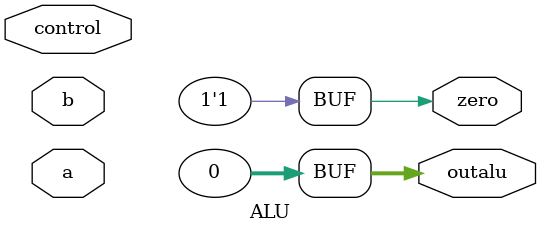
<source format=v>
module ALU(a, b, control, zero, outalu);
input [31:0] a, b;
input [3:0] control;
output zero;
output [31:0] outalu=0;
reg [31:0] outalu;
reg zero;

always@(a or b or control)
begin
 case(control)
  4'b0000 : outalu = a & b;
  4'b0001 : outalu = a | b;
  4'b0010 : outalu = a + b;
  4'b0110 : outalu = a - b;
  4'b0111 : outalu = a < b;
  4'b1100 : outalu = ~(a | b);
 endcase
end

always@(outalu)
begin
 if(outalu==0) zero = 1;
 else zero = 0;
end

endmodule

</source>
